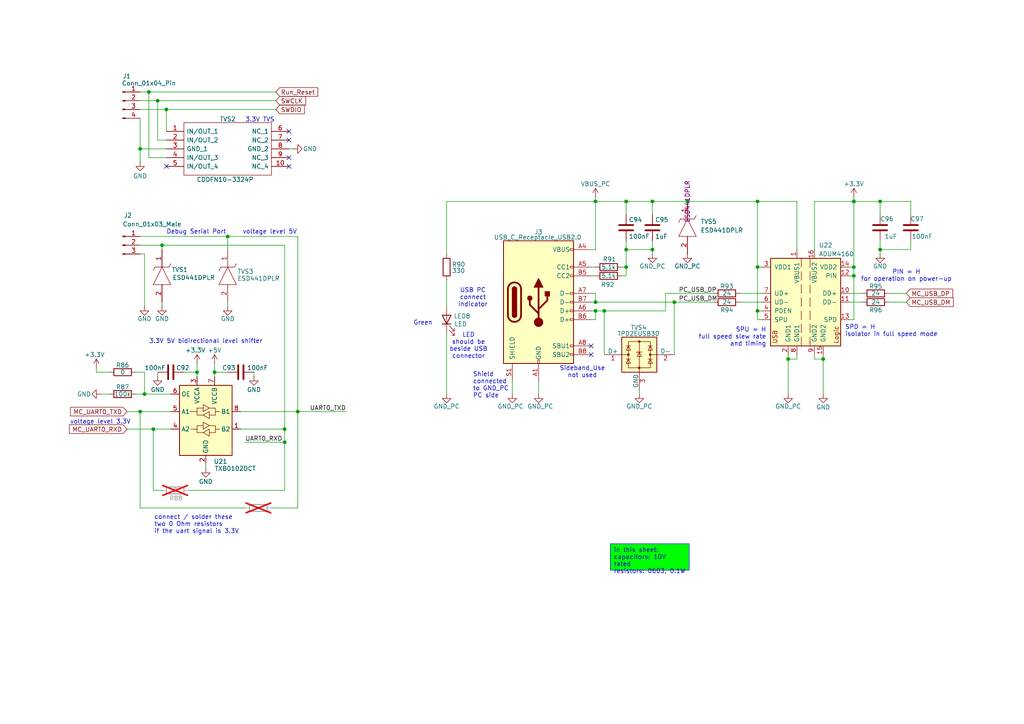
<source format=kicad_sch>
(kicad_sch (version 20250114) (generator "eeschema") (generator_version "9.0")
  (paper "A4")
  (title_block (title "harp device quad dac") (date "2025-07-15") (rev "1.1") (company "The Allen Institute") (comment 1 "Hexabitz"))
  (text "3.3V TVS" (at 71.12 35.56 0) (effects (font (size 1.27 1.27)) (justify left bottom)))
  (text "USB PC\nconnect\nindicator" (at 137.16 86.36 0) (effects (font (size 1.27 1.27))))
  (text "voltage level 5V" (at 70.358 68.072 0) (effects (font (size 1.27 1.27)) (justify left bottom)))
  (text "Shield\nconnected\nto GND_PC\nPC side" (at 137.16 115.57 0) (effects (font (size 1.27 1.27)) (justify left bottom)))
  (text "LED\nshould be\nbeside USB\nconnector" (at 135.89 100.33 0) (effects (font (size 1.27 1.27))))
  (text "3.3V 5V bidirectional level shifter" (at 59.69 99.06 0) (effects (font (size 1.27 1.27))))
  (text "connect / solder these\ntwo 0 Ohm resistors\nif the uart signal is 3.3V" (at 44.704 154.94 0) (effects (font (size 1.27 1.27)) (justify left bottom)))
  (text "Debug Serial Port" (at 48.26 68.072 0) (effects (font (size 1.27 1.27)) (justify left bottom)))
  (text "SPD = H\nisolator in full speed mode" (at 245.11 97.79 0) (effects (font (size 1.27 1.27)) (justify left bottom)))
  (text "SPU = H\nfull speed slew rate\nand timing" (at 222.25 97.79 0) (effects (font (size 1.27 1.27)) (justify right)))
  (text "voltage level 3.3V" (at 20.32 123.19 0) (effects (font (size 1.27 1.27)) (justify left bottom)))
  (text "Sideband_Use\nnot used" (at 168.91 107.95 0) (effects (font (size 1.27 1.27))))
  (text "Green" (at 122.682 93.726 0) (effects (font (size 1.27 1.27))))
  (text "PIN = H\nfor operation on power-up" (at 262.89 80.01 0) (effects (font (size 1.27 1.27))))
  (text_box "in this sheet:\ncapacitors: 10V rated \nresistors: 0603, 0.1W" (at 177.038 157.734 0) (size 22.86 7.62) (margins 0.9525 0.9525 0.9525 0.9525) (fill (type color) (color 0 255 0 1)) (effects (font (size 1.27 1.27)) (justify left top)))
  (junction (at 40.64 119.38))
  (junction (at 66.04 68.58))
  (junction (at 82.55 128.27))
  (junction (at 189.23 58.42))
  (junction (at 62.23 107.95))
  (junction (at 238.76 104.14))
  (junction (at 199.39 58.42))
  (junction (at 172.72 87.63))
  (junction (at 247.65 80.01))
  (junction (at 172.72 58.42))
  (junction (at 181.61 58.42))
  (junction (at 189.23 72.39))
  (junction (at 247.65 77.47))
  (junction (at 195.58 87.63))
  (junction (at 82.55 124.46))
  (junction (at 41.91 114.3))
  (junction (at 255.27 72.39))
  (junction (at 45.72 29.21))
  (junction (at 57.15 107.95))
  (junction (at 247.65 58.42))
  (junction (at 86.36 119.38))
  (junction (at 48.26 31.75))
  (junction (at 44.45 124.46))
  (junction (at 46.99 71.12))
  (junction (at 255.27 58.42))
  (junction (at 219.71 90.17))
  (junction (at 181.61 77.47))
  (junction (at 219.71 77.47))
  (junction (at 181.61 72.39))
  (junction (at 228.6 104.14))
  (junction (at 219.71 58.42))
  (junction (at 40.64 43.18))
  (junction (at 43.18 26.67))
  (junction (at 175.26 90.17))
  (junction (at 172.72 90.17))
  (no_connect (at 83.82 40.64))
  (no_connect (at 83.82 38.1))
  (no_connect (at 171.45 102.87))
  (no_connect (at 83.82 45.72))
  (no_connect (at 83.82 48.26))
  (no_connect (at 48.26 48.26))
  (no_connect (at 171.45 100.33))
  (wire (pts (xy 62.23 105.41) (xy 62.23 107.95)))
  (wire (pts (xy 231.14 72.39) (xy 231.14 58.42)))
  (wire (pts (xy 172.72 87.63) (xy 195.58 87.63)))
  (wire (pts (xy 171.45 92.71) (xy 172.72 92.71)))
  (wire (pts (xy 171.45 72.39) (xy 172.72 72.39)))
  (wire (pts (xy 180.34 77.47) (xy 181.61 77.47)))
  (wire (pts (xy 62.23 107.95) (xy 66.04 107.95)))
  (wire (pts (xy 57.15 107.95) (xy 57.15 109.22)))
  (wire (pts (xy 247.65 58.42) (xy 247.65 77.47)))
  (wire (pts (xy 40.64 119.38) (xy 40.64 147.32)))
  (wire (pts (xy 40.64 147.32) (xy 71.12 147.32)))
  (wire (pts (xy 220.98 77.47) (xy 219.71 77.47)))
  (wire (pts (xy 44.45 124.46) (xy 44.45 142.24)))
  (wire (pts (xy 86.36 119.38) (xy 100.33 119.38)))
  (wire (pts (xy 172.72 58.42) (xy 172.72 57.15)))
  (wire (pts (xy 40.64 34.29) (xy 40.64 43.18)))
  (wire (pts (xy 69.85 124.46) (xy 82.55 124.46)))
  (wire (pts (xy 40.64 29.21) (xy 45.72 29.21)))
  (wire (pts (xy 246.38 80.01) (xy 247.65 80.01)))
  (wire (pts (xy 231.14 102.87) (xy 231.14 104.14)))
  (wire (pts (xy 66.04 88.9) (xy 66.04 87.63)))
  (wire (pts (xy 195.58 87.63) (xy 207.01 87.63)))
  (wire (pts (xy 250.19 87.63) (xy 246.38 87.63)))
  (wire (pts (xy 228.6 114.3) (xy 228.6 104.14)))
  (wire (pts (xy 175.26 102.87) (xy 175.26 90.17)))
  (wire (pts (xy 238.76 104.14) (xy 238.76 102.87)))
  (wire (pts (xy 189.23 73.66) (xy 189.23 72.39)))
  (wire (pts (xy 172.72 90.17) (xy 172.72 92.71)))
  (wire (pts (xy 27.94 107.95) (xy 31.75 107.95)))
  (wire (pts (xy 59.69 134.62) (xy 59.69 135.89)))
  (wire (pts (xy 193.04 85.09) (xy 193.04 90.17)))
  (wire (pts (xy 228.6 104.14) (xy 228.6 102.87)))
  (wire (pts (xy 236.22 102.87) (xy 236.22 104.14)))
  (wire (pts (xy 62.23 107.95) (xy 62.23 109.22)))
  (wire (pts (xy 39.37 107.95) (xy 41.91 107.95)))
  (wire (pts (xy 193.04 85.09) (xy 207.01 85.09)))
  (wire (pts (xy 41.91 73.66) (xy 40.64 73.66)))
  (wire (pts (xy 172.72 72.39) (xy 172.72 58.42)))
  (wire (pts (xy 181.61 72.39) (xy 181.61 77.47)))
  (wire (pts (xy 236.22 58.42) (xy 236.22 72.39)))
  (wire (pts (xy 255.27 69.85) (xy 255.27 72.39)))
  (wire (pts (xy 219.71 77.47) (xy 219.71 58.42)))
  (wire (pts (xy 40.64 71.12) (xy 46.99 71.12)))
  (wire (pts (xy 156.21 110.49) (xy 156.21 114.3)))
  (wire (pts (xy 264.16 58.42) (xy 264.16 62.23)))
  (wire (pts (xy 247.65 77.47) (xy 246.38 77.47)))
  (wire (pts (xy 171.45 80.01) (xy 172.72 80.01)))
  (wire (pts (xy 231.14 104.14) (xy 228.6 104.14)))
  (wire (pts (xy 66.04 68.58) (xy 66.04 72.39)))
  (wire (pts (xy 45.72 29.21) (xy 80.01 29.21)))
  (wire (pts (xy 264.16 58.42) (xy 255.27 58.42)))
  (wire (pts (xy 82.55 142.24) (xy 82.55 128.27)))
  (wire (pts (xy 36.83 124.46) (xy 44.45 124.46)))
  (wire (pts (xy 264.16 72.39) (xy 264.16 69.85)))
  (wire (pts (xy 43.18 45.72) (xy 43.18 26.67)))
  (wire (pts (xy 41.91 88.9) (xy 41.91 73.66)))
  (wire (pts (xy 255.27 72.39) (xy 255.27 73.66)))
  (wire (pts (xy 180.34 80.01) (xy 181.61 80.01)))
  (wire (pts (xy 247.65 80.01) (xy 247.65 77.47)))
  (wire (pts (xy 175.26 90.17) (xy 193.04 90.17)))
  (wire (pts (xy 181.61 80.01) (xy 181.61 77.47)))
  (wire (pts (xy 214.63 87.63) (xy 220.98 87.63)))
  (wire (pts (xy 45.72 40.64) (xy 45.72 29.21)))
  (wire (pts (xy 46.99 72.39) (xy 46.99 71.12)))
  (wire (pts (xy 39.37 114.3) (xy 41.91 114.3)))
  (wire (pts (xy 69.85 119.38) (xy 86.36 119.38)))
  (wire (pts (xy 27.94 106.68) (xy 27.94 107.95)))
  (wire (pts (xy 29.21 114.3) (xy 31.75 114.3)))
  (wire (pts (xy 199.39 58.42) (xy 219.71 58.42)))
  (wire (pts (xy 172.72 58.42) (xy 181.61 58.42)))
  (wire (pts (xy 129.54 58.42) (xy 172.72 58.42)))
  (wire (pts (xy 48.26 31.75) (xy 48.26 38.1)))
  (wire (pts (xy 255.27 58.42) (xy 255.27 62.23)))
  (wire (pts (xy 250.19 85.09) (xy 246.38 85.09)))
  (wire (pts (xy 66.04 68.58) (xy 86.36 68.58)))
  (wire (pts (xy 214.63 85.09) (xy 220.98 85.09)))
  (wire (pts (xy 195.58 87.63) (xy 195.58 102.87)))
  (wire (pts (xy 57.15 105.41) (xy 57.15 107.95)))
  (wire (pts (xy 36.83 119.38) (xy 40.64 119.38)))
  (wire (pts (xy 246.38 92.71) (xy 247.65 92.71)))
  (wire (pts (xy 247.65 57.15) (xy 247.65 58.42)))
  (wire (pts (xy 129.54 73.66) (xy 129.54 58.42)))
  (wire (pts (xy 40.64 43.18) (xy 48.26 43.18)))
  (wire (pts (xy 172.72 87.63) (xy 171.45 87.63)))
  (wire (pts (xy 46.99 88.9) (xy 46.99 87.63)))
  (wire (pts (xy 171.45 77.47) (xy 172.72 77.47)))
  (wire (pts (xy 247.65 58.42) (xy 255.27 58.42)))
  (wire (pts (xy 189.23 62.23) (xy 189.23 58.42)))
  (wire (pts (xy 54.61 142.24) (xy 82.55 142.24)))
  (wire (pts (xy 247.65 92.71) (xy 247.65 80.01)))
  (wire (pts (xy 86.36 119.38) (xy 86.36 147.32)))
  (wire (pts (xy 48.26 45.72) (xy 43.18 45.72)))
  (wire (pts (xy 82.55 128.27) (xy 71.12 128.27)))
  (wire (pts (xy 238.76 114.3) (xy 238.76 104.14)))
  (wire (pts (xy 45.72 109.22) (xy 45.72 107.95)))
  (wire (pts (xy 171.45 85.09) (xy 172.72 85.09)))
  (wire (pts (xy 181.61 69.85) (xy 181.61 72.39)))
  (wire (pts (xy 40.64 26.67) (xy 43.18 26.67)))
  (wire (pts (xy 129.54 81.28) (xy 129.54 88.9)))
  (wire (pts (xy 181.61 58.42) (xy 189.23 58.42)))
  (wire (pts (xy 220.98 90.17) (xy 219.71 90.17)))
  (wire (pts (xy 172.72 85.09) (xy 172.72 87.63)))
  (wire (pts (xy 40.64 68.58) (xy 66.04 68.58)))
  (wire (pts (xy 82.55 71.12) (xy 82.55 124.46)))
  (wire (pts (xy 41.91 114.3) (xy 49.53 114.3)))
  (wire (pts (xy 189.23 69.85) (xy 189.23 72.39)))
  (wire (pts (xy 172.72 90.17) (xy 175.26 90.17)))
  (wire (pts (xy 40.64 119.38) (xy 49.53 119.38)))
  (wire (pts (xy 86.36 68.58) (xy 86.36 119.38)))
  (wire (pts (xy 129.54 96.52) (xy 129.54 114.3)))
  (wire (pts (xy 257.81 85.09) (xy 262.89 85.09)))
  (wire (pts (xy 83.82 43.18) (xy 85.09 43.18)))
  (wire (pts (xy 199.39 58.42) (xy 189.23 58.42)))
  (wire (pts (xy 46.99 142.24) (xy 44.45 142.24)))
  (wire (pts (xy 78.74 147.32) (xy 86.36 147.32)))
  (wire (pts (xy 48.26 40.64) (xy 45.72 40.64)))
  (wire (pts (xy 46.99 71.12) (xy 82.55 71.12)))
  (wire (pts (xy 181.61 72.39) (xy 189.23 72.39)))
  (wire (pts (xy 171.45 90.17) (xy 172.72 90.17)))
  (wire (pts (xy 236.22 58.42) (xy 247.65 58.42)))
  (wire (pts (xy 82.55 128.27) (xy 82.55 124.46)))
  (wire (pts (xy 185.42 114.3) (xy 185.42 113.03)))
  (wire (pts (xy 257.81 87.63) (xy 262.89 87.63)))
  (wire (pts (xy 236.22 104.14) (xy 238.76 104.14)))
  (wire (pts (xy 219.71 92.71) (xy 219.71 90.17)))
  (wire (pts (xy 41.91 107.95) (xy 41.91 114.3)))
  (wire (pts (xy 220.98 92.71) (xy 219.71 92.71)))
  (wire (pts (xy 255.27 72.39) (xy 264.16 72.39)))
  (wire (pts (xy 40.64 43.18) (xy 40.64 46.99)))
  (wire (pts (xy 219.71 90.17) (xy 219.71 77.47)))
  (wire (pts (xy 40.64 31.75) (xy 48.26 31.75)))
  (wire (pts (xy 53.34 107.95) (xy 57.15 107.95)))
  (wire (pts (xy 48.26 31.75) (xy 80.01 31.75)))
  (wire (pts (xy 44.45 124.46) (xy 49.53 124.46)))
  (wire (pts (xy 73.66 109.22) (xy 73.66 107.95)))
  (wire (pts (xy 231.14 58.42) (xy 219.71 58.42)))
  (wire (pts (xy 148.59 114.3) (xy 148.59 110.49)))
  (wire (pts (xy 43.18 26.67) (xy 80.01 26.67)))
  (wire (pts (xy 181.61 62.23) (xy 181.61 58.42)))
  (label "UART0_RXD" (at 71.12 128.27 0))
  (label "PC_USB_DM" (at 196.85 87.63 0))
  (label "UART0_TXD" (at 100.33 119.38 180))
  (label "PC_USB_DP" (at 196.85 85.09 0))
  (global_label "SWDIO" (shape input) (at 80.01 31.75 0) (property "Intersheetrefs" "${INTERSHEET_REFS}" (effects (hide yes))))
  (global_label "MC_UART0_RXD" (shape input) (at 36.83 124.46 180) (property "Intersheetrefs" "${INTERSHEET_REFS}" (effects (hide yes))))
  (global_label "Run_Reset" (shape input) (at 80.01 26.67 0) (property "Intersheetrefs" "${INTERSHEET_REFS}" (effects (hide yes))))
  (global_label "MC_USB_DM" (shape input) (at 262.89 87.63 0) (property "Intersheetrefs" "${INTERSHEET_REFS}" (effects (hide yes))))
  (global_label "MC_USB_DP" (shape input) (at 262.89 85.09 0) (property "Intersheetrefs" "${INTERSHEET_REFS}" (effects (hide yes))))
  (global_label "MC_UART0_TXD" (shape input) (at 36.83 119.38 180) (property "Intersheetrefs" "${INTERSHEET_REFS}" (effects (hide yes))))
  (global_label "SWCLK" (shape input) (at 80.01 29.21 0) (property "Intersheetrefs" "${INTERSHEET_REFS}" (effects (hide yes))))
  (symbol (lib_id "harp.device.quad.dac:R_0603") (at 176.53 80.01 90) (unit 1)
    (property "Reference" "R92" (at 176.276 82.55 90))
    (property "Value" "5.1k" (at 176.53 80.01 90))
    (property "Footprint" "Resistor_SMD:R_0603_1608Metric" (effects (hide yes)))
    (property "Description" "Resistor" (effects (hide yes)))
    (property "Link" "https://www.digikey.com/en/products/detail/yageo/RC0603FR-075K1L/727268" (effects (hide yes)))
    (property "Manufacturer" "Yageo" (effects (hide yes)))
    (property "Manufacturer Number" "RT0402FRE075K1L" (effects (hide yes)))
    (property "Tolerance" "1%" (effects (hide yes)))
    (property "PCBWay Link" "https://www.pcbway.com/components/detail/RT0402FRE075K1L/449762/" (effects (hide yes)))
    (property "MPN" "RC0603FR-075K1L" (effects (hide yes)))
    (property "Manufacturer_Name" "Yageo" (effects (hide yes)))
    (property "Manufacturer_Part_Number" "RC0603FR-075K1L" (effects (hide yes)))
    (instances (project "harp.device.quad.dac" (path "" (reference "R92") (unit 1))) (project "multi_ch_harp_dac" (path "" (reference "R?") (unit 1))))
  )
  (symbol (lib_id "harp.device.quad.dac:R_0603") (at 254 87.63 90) (unit 1)
    (property "Reference" "R96" (at 254 89.916 90))
    (property "Value" "24" (at 254 87.63 90))
    (property "Footprint" "Resistor_SMD:R_0603_1608Metric" (effects (hide yes)))
    (property "Description" "Resistor" (effects (hide yes)))
    (property "Link" "https://www.digikey.com/en/products/detail/yageo/AC0603FR-0724RL/5895947" (effects (hide yes)))
    (property "Manufacturer" "Yageo" (effects (hide yes)))
    (property "Manufacturer Number" "AC0402FR-0724RL" (effects (hide yes)))
    (property "Tolerance" "1%" (effects (hide yes)))
    (property "MPN" "AC0603FR-0724RL" (effects (hide yes)))
    (property "Manufacturer_Name" "Yageo" (effects (hide yes)))
    (property "Manufacturer_Part_Number" "AC0603FR-0724RL" (effects (hide yes)))
    (instances (project "harp.device.quad.dac" (path "" (reference "R96") (unit 1))) (project "multi_ch_harp_dac" (path "" (reference "R?") (unit 1))))
  )
  (symbol (lib_id "harp.device.quad.dac:ESD441DPLR") (at 46.99 72.39 270) (unit 1)
    (property "Reference" "TVS1" (at 49.784 78.232 90) (effects (justify left)))
    (property "Value" "ESD441DPLR" (at 50.038 80.518 90) (effects (justify left)))
    (property "Footprint" "harp.device.quad.dac.kicad:ESD441DPLR" (effects (hide yes)))
    (property "Datasheet" "https://www.ti.com/lit/ds/symlink/esd441.pdf?ts=1730589139389&ref_url=https%253A%252F%252Fapp.ultralibrarian.com%252F" (effects (hide yes)))
    (property "Description" "ESD Suppressors / TVS Diodes 1-pF, 5.5-V, 30-KV ESD protection device in 0201 package 2-X2SON -40 to 125" (effects (hide yes)))
    (property "Description_1" "ESD Suppressors / TVS Diodes 1-pF, 5.5-V, 30-KV ESD protection device in 0201 package 2-X2SON -40 to 125" (effects (hide yes)))
    (property "Height" "0.32" (effects (hide yes)))
    (property "Manufacturer_Name" "Texas Instruments" (effects (hide yes)))
    (property "Manufacturer_Part_Number" "ESD441DPLR" (effects (hide yes)))
    (property "Mouser Part Number" "595-ESD441DPLR" (effects (hide yes)))
    (property "Mouser Price/Stock" "https://www.mouser.co.uk/ProductDetail/Texas-Instruments/ESD441DPLR?qs=1Kr7Jg1SGW9UQFJqGMkN7Q%3D%3D" (effects (hide yes)))
    (property "Arrow Part Number" "ESD441DPLR" (effects (hide yes)))
    (property "Arrow Price/Stock" "https://www.arrow.com/en/products/esd441dplr/texas-instruments?utm_currency=USD&region=nac" (effects (hide yes)))
    (property "Manufacturer" "Texas Instruments" (effects (hide yes)))
    (property "MPN" "ESD441DPLR" (effects (hide yes)))
    (instances (project "harp.device.quad.dac" (path "" (reference "TVS1") (unit 1))) (project "multi_ch_harp_dac" (path "" (reference "TVS?") (unit 1))))
  )
  (symbol (lib_id "harp.device.quad.dac:Conn_01x04_Pin") (at 35.56 29.21 0) (unit 1)
    (property "Reference" "J1" (at 35.56 22.098 0) (effects (justify left)))
    (property "Value" "Conn_01x04_Pin" (at 35.306 24.13 0) (effects (justify left)))
    (property "Footprint" "Connector_PinHeader_2.54mm:PinHeader_1x04_P2.54mm_Vertical" (effects (hide yes)))
    (property "Description" "Generic connector, single row, 01x04, script generated" (effects (hide yes)))
    (property "Link" "n/a" (effects (hide yes)))
    (property "Manufacturer" "n/a" (effects (hide yes)))
    (property "Manufacturer_Part_Number" "n/a" (effects (hide yes)))
    (property "MPN" "n/a" (effects (hide yes)))
    (property "Manufacturer_Name" "n/a" (effects (hide yes)))
    (instances (project "harp.device.quad.dac" (path "" (reference "J1") (unit 1))) (project "multi_ch_harp_dac" (path "" (reference "J?") (unit 1))))
  )
  (symbol (lib_id "power:+3.3V") (at 62.23 105.41 0) (unit 1)
    (property "Reference" "#PWR0160" (effects (hide yes)))
    (property "Value" "+5V" (at 62.23 101.6 0))
    (property "Description" "Power symbol creates a global label with name \"+3.3V\"" (effects (hide yes)))
    (instances (project "harp.device.quad.dac" (path "" (reference "#PWR0160") (unit 1))) (project "multi_ch_harp_dac" (path "" (reference "#PWR?") (unit 1))))
  )
  (symbol (lib_id "power:+5V") (at 27.94 106.68 0) (unit 1)
    (property "Reference" "#PWR0152" (effects (hide yes)))
    (property "Value" "+3.3V" (at 27.432 102.87 0))
    (property "Description" "Power symbol creates a global label with name \"+5V\"" (effects (hide yes)))
    (instances (project "harp.device.quad.dac" (path "" (reference "#PWR0152") (unit 1))) (project "multi_ch_harp_dac" (path "" (reference "#PWR?") (unit 1))))
  )
  (symbol (lib_id "harp.device.quad.dac:ESD441DPLR") (at 66.04 72.39 270) (unit 1)
    (property "Reference" "TVS3" (at 68.834 78.74 90) (effects (justify left)))
    (property "Value" "ESD441DPLR" (at 68.834 80.772 90) (effects (justify left)))
    (property "Footprint" "harp.device.quad.dac.kicad:ESD441DPLR" (effects (hide yes)))
    (property "Datasheet" "https://www.ti.com/lit/ds/symlink/esd441.pdf?ts=1730589139389&ref_url=https%253A%252F%252Fapp.ultralibrarian.com%252F" (effects (hide yes)))
    (property "Description" "ESD Suppressors / TVS Diodes 1-pF, 5.5-V, 30-KV ESD protection device in 0201 package 2-X2SON -40 to 125" (effects (hide yes)))
    (property "Description_1" "ESD Suppressors / TVS Diodes 1-pF, 5.5-V, 30-KV ESD protection device in 0201 package 2-X2SON -40 to 125" (effects (hide yes)))
    (property "Height" "0.32" (effects (hide yes)))
    (property "Manufacturer_Name" "Texas Instruments" (effects (hide yes)))
    (property "Manufacturer_Part_Number" "ESD441DPLR" (effects (hide yes)))
    (property "Mouser Part Number" "595-ESD441DPLR" (effects (hide yes)))
    (property "Mouser Price/Stock" "https://www.mouser.co.uk/ProductDetail/Texas-Instruments/ESD441DPLR?qs=1Kr7Jg1SGW9UQFJqGMkN7Q%3D%3D" (effects (hide yes)))
    (property "Arrow Part Number" "ESD441DPLR" (effects (hide yes)))
    (property "Arrow Price/Stock" "https://www.arrow.com/en/products/esd441dplr/texas-instruments?utm_currency=USD&region=nac" (effects (hide yes)))
    (property "Manufacturer" "Texas Instruments" (effects (hide yes)))
    (property "MPN" "ESD441DPLR" (effects (hide yes)))
    (instances (project "harp.device.quad.dac" (path "" (reference "TVS3") (unit 1))) (project "multi_ch_harp_dac" (path "" (reference "TVS?") (unit 1))))
  )
  (symbol (lib_id "power:GND") (at 45.72 109.22 0) (unit 1)
    (property "Reference" "#PWR0156" (effects (hide yes)))
    (property "Value" "GND" (at 45.72 113.03 0))
    (property "Description" "Power symbol creates a global label with name \"GND\" , ground" (effects (hide yes)))
    (instances (project "harp.device.quad.dac" (path "" (reference "#PWR0156") (unit 1))) (project "multi_ch_harp_dac" (path "" (reference "#PWR?") (unit 1))))
  )
  (symbol (lib_id "harp.device.quad.dac:R_0603") (at 35.56 114.3 90) (unit 1)
    (property "Reference" "R87" (at 35.56 112.268 90))
    (property "Value" "100k" (at 35.56 114.3 90))
    (property "Footprint" "Resistor_SMD:R_0603_1608Metric" (effects (hide yes)))
    (property "Description" "Resistor" (effects (hide yes)))
    (property "Tolerance" "1%" (effects (hide yes)))
    (property "Link" "https://www.digikey.com/en/products/detail/yageo/RC0603FR-07100KL/726889" (effects (hide yes)))
    (property "Manufacturer" "Yageo" (effects (hide yes)))
    (property "Manufacturer Number" "RT0402BRD071KL" (effects (hide yes)))
    (property "MPN" "RC0603FR-07100KL" (effects (hide yes)))
    (property "Manufacturer_Name" "Yageo" (effects (hide yes)))
    (property "Manufacturer_Part_Number" "RC0603FR-07100KL" (effects (hide yes)))
    (instances (project "harp.device.quad.dac" (path "" (reference "R87") (unit 1))) (project "multi_ch_harp_dac" (path "" (reference "R?") (unit 1))))
  )
  (symbol (lib_id "harp.device.quad.dac:C_0603") (at 49.53 107.95 270) (unit 1)
    (property "Reference" "C92" (at 51.054 106.68 90) (effects (justify left)))
    (property "Value" "100nF" (at 48.006 106.68 90) (effects (justify right)))
    (property "Footprint" "Capacitor_SMD:C_0603_1608Metric" (effects (hide yes)))
    (property "Description" "Unpolarized capacitor" (effects (hide yes)))
    (property "Link" "https://www.digikey.com/en/products/detail/kemet/C0603C104K5RACTU/1465594" (effects (hide yes)))
    (property "Manufacturer" "KEMET" (effects (hide yes)))
    (property "Rated Voltage" "50V" (effects (hide yes)))
    (property "Tolerance" "10%" (effects (hide yes)))
    (property "PCBWay Link" "https://www.pcbway.com/components/detail/0402B104K160CT/307171/" (effects (hide yes)))
    (property "Manufacturer_Part_Number" "C0603C104K5RACTU" (effects (hide yes)))
    (property "MPN" "C0603C104K5RACTU" (effects (hide yes)))
    (property "Manufacturer_Name" "KEMET" (effects (hide yes)))
    (instances (project "harp.device.quad.dac" (path "" (reference "C92") (unit 1))) (project "multi_ch_harp_dac" (path "" (reference "C?") (unit 1))))
  )
  (symbol (lib_id "harp.device.quad.dac:TPD2EUSB30") (at 185.42 102.87 0) (unit 1)
    (property "Reference" "TVS4" (at 182.88 94.996 0) (effects (justify left)))
    (property "Value" "TPD2EUSB30" (at 185.166 96.774 0))
    (property "Footprint" "Package_TO_SOT_SMD:Texas_DRT-3" (effects (hide yes)))
    (property "Datasheet" "http://www.ti.com/lit/ds/symlink/tpd2eusb30a.pdf" (effects (hide yes)))
    (property "Description" "2-Channel ESD Protection for Super-Speed USB 3.0 Interface, DRT-3" (effects (hide yes)))
    (property "Link" "https://www.digikey.com/en/products/detail/texas-instruments/TPD2EUSB30DRTR/2193486" (effects (hide yes)))
    (property "PCBWay Link" "https://www.pcbway.com/components/detail/TPD2EUSB30ADRTR/324861/" (effects (hide yes)))
    (property "Manufacturer" "Texas Instruments" (effects (hide yes)))
    (property "Manufacturer Number" "TPD2EUSB30DRTR" (effects (hide yes)))
    (property "Manufacturer_Name" "Texas Instruments" (effects (hide yes)))
    (instances (project "harp.device.quad.dac" (path "" (reference "TVS4") (unit 1))) (project "multi_ch_harp_dac" (path "" (reference "TVS?") (unit 1))))
  )
  (symbol (lib_id "harp.device.quad.dac:ESD441DPLR") (at 199.39 58.42 270) (unit 1)
    (property "Reference" "TVS5" (at 203.2 64.2619 90) (effects (justify left)))
    (property "Value" "ESD441DPLR" (at 203.2 66.8019 90) (effects (justify left)))
    (property "Footprint" "harp.device.quad.dac.kicad:ESD441DPLR" (effects (hide yes)))
    (property "Datasheet" "https://www.ti.com/lit/ds/symlink/esd441.pdf?ts=1730589139389&ref_url=https%253A%252F%252Fapp.ultralibrarian.com%252F" (effects (hide yes)))
    (property "Description" "ESD Suppressors / TVS Diodes 1-pF, 5.5-V, 30-KV ESD protection device in 0201 package 2-X2SON -40 to 125" (effects (hide yes)))
    (property "Description_1" "ESD Suppressors / TVS Diodes 1-pF, 5.5-V, 30-KV ESD protection device in 0201 package 2-X2SON -40 to 125" (effects (hide yes)))
    (property "Height" "0.32" (effects (hide yes)))
    (property "Manufacturer_Name" "Texas Instruments" (effects (hide yes)))
    (property "Manufacturer_Part_Number" "ESD441DPLR" (effects (hide yes)))
    (property "Mouser Part Number" "595-ESD441DPLR" (effects (hide yes)))
    (property "Mouser Price/Stock" "https://www.mouser.co.uk/ProductDetail/Texas-Instruments/ESD441DPLR?qs=1Kr7Jg1SGW9UQFJqGMkN7Q%3D%3D" (effects (hide yes)))
    (property "Arrow Part Number" "ESD441DPLR" (effects (hide yes)))
    (property "Arrow Price/Stock" "https://www.arrow.com/en/products/esd441dplr/texas-instruments?utm_currency=USD&region=nac" (effects (hide yes)))
    (property "Manufacturer" "Texas Instruments" (effects (hide yes)))
    (property "MPN" "ESD441DPLR" (at 199.39 58.42 0))
    (instances (project "harp.device.quad.dac" (path "" (reference "TVS5") (unit 1))) (project "multi_ch_harp_dac" (path "" (reference "TVS?") (unit 1))))
  )
  (symbol (lib_id "power:GND") (at 73.66 109.22 0) (unit 1)
    (property "Reference" "#PWR0162" (effects (hide yes)))
    (property "Value" "GND" (at 73.66 113.03 0))
    (property "Description" "Power symbol creates a global label with name \"GND\" , ground" (effects (hide yes)))
    (instances (project "harp.device.quad.dac" (path "" (reference "#PWR0162") (unit 1))) (project "multi_ch_harp_dac" (path "" (reference "#PWR?") (unit 1))))
  )
  (symbol (lib_id "power:GND") (at 199.39 73.66 0) (unit 1)
    (property "Reference" "#PWR0170" (effects (hide yes)))
    (property "Value" "GND_PC" (at 199.39 77.216 0))
    (property "Description" "Power symbol creates a global label with name \"GND\" , ground" (effects (hide yes)))
    (instances (project "harp.device.quad.dac" (path "" (reference "#PWR0170") (unit 1))) (project "multi_ch_harp_dac" (path "" (reference "#PWR?") (unit 1))))
  )
  (symbol (lib_id "power:GND") (at 185.42 114.3 0) (unit 1)
    (property "Reference" "#PWR0168" (effects (hide yes)))
    (property "Value" "GND_PC" (at 185.42 117.856 0))
    (property "Description" "Power symbol creates a global label with name \"GND\" , ground" (effects (hide yes)))
    (instances (project "harp.device.quad.dac" (path "" (reference "#PWR0168") (unit 1))) (project "multi_ch_harp_dac" (path "" (reference "#PWR?") (unit 1))))
  )
  (symbol (lib_id "harp.device.quad.dac:Conn_01x03_Male") (at 35.56 71.12 0) (unit 1)
    (property "Reference" "J2" (at 37.084 62.484 0))
    (property "Value" "Conn_01x03_Male" (at 35.56 65.024 0) (effects (justify left)))
    (property "Footprint" "harp.device.quad.dac.kicad:PinHeader_1x03_P2.54mm_Vertical" (effects (hide yes)))
    (property "Description" "Generic connector, single row, 01x03, script generated (kicad-library-utils/schlib/autogen/connector/)" (effects (hide yes)))
    (property "Notes" "DNP" (effects (hide yes)))
    (property "Alternate" "n/a" (effects (hide yes)))
    (property "Link" "n/a" (effects (hide yes)))
    (property "Manufacturer" "n/a" (effects (hide yes)))
    (property "Manufacturer Number" "n/a" (effects (hide yes)))
    (property "Manufacturer_Part_Number" "n/a" (effects (hide yes)))
    (property "MPN" "n/a" (effects (hide yes)))
    (property "Manufacturer_Name" "n/a" (effects (hide yes)))
    (instances (project "harp.device.quad.dac" (path "" (reference "J2") (unit 1))) (project "multi_ch_harp_dac" (path "" (reference "J?") (unit 1))))
  )
  (symbol (lib_id "power:+5V") (at 57.15 105.41 0) (unit 1)
    (property "Reference" "#PWR0158" (effects (hide yes)))
    (property "Value" "+3.3V" (at 56.642 101.6 0))
    (property "Description" "Power symbol creates a global label with name \"+5V\"" (effects (hide yes)))
    (instances (project "harp.device.quad.dac" (path "" (reference "#PWR0158") (unit 1))) (project "multi_ch_harp_dac" (path "" (reference "#PWR?") (unit 1))))
  )
  (symbol (lib_id "harp.device.quad.dac:R_0603") (at 210.82 87.63 90) (unit 1)
    (property "Reference" "R94" (at 210.82 89.916 90))
    (property "Value" "24" (at 210.82 87.63 90))
    (property "Footprint" "Resistor_SMD:R_0603_1608Metric" (effects (hide yes)))
    (property "Description" "Resistor" (effects (hide yes)))
    (property "Link" "https://www.digikey.com/en/products/detail/yageo/AC0603FR-0724RL/5895947" (effects (hide yes)))
    (property "Manufacturer" "Yageo" (effects (hide yes)))
    (property "Manufacturer Number" "AC0402FR-0724RL" (effects (hide yes)))
    (property "Tolerance" "1%" (effects (hide yes)))
    (property "MPN" "AC0603FR-0724RL" (effects (hide yes)))
    (property "Manufacturer_Name" "Yageo" (effects (hide yes)))
    (property "Manufacturer_Part_Number" "AC0603FR-0724RL" (effects (hide yes)))
    (instances (project "harp.device.quad.dac" (path "" (reference "R94") (unit 1))) (project "multi_ch_harp_dac" (path "" (reference "R?") (unit 1))))
  )
  (symbol (lib_id "harp.device.quad.dac:R_0603") (at 176.53 77.47 90) (unit 1)
    (property "Reference" "R91" (at 176.784 75.184 90))
    (property "Value" "5.1k" (at 176.53 77.47 90))
    (property "Footprint" "Resistor_SMD:R_0603_1608Metric" (effects (hide yes)))
    (property "Description" "Resistor" (effects (hide yes)))
    (property "Link" "https://www.digikey.com/en/products/detail/yageo/RC0603FR-075K1L/727268" (effects (hide yes)))
    (property "Manufacturer" "Yageo" (effects (hide yes)))
    (property "Manufacturer Number" "RT0402FRE075K1L" (effects (hide yes)))
    (property "Tolerance" "1%" (effects (hide yes)))
    (property "PCBWay Link" "https://www.pcbway.com/components/detail/RT0402FRE075K1L/449762/" (effects (hide yes)))
    (property "MPN" "RC0603FR-075K1L" (effects (hide yes)))
    (property "Manufacturer_Name" "Yageo" (effects (hide yes)))
    (property "Manufacturer_Part_Number" "RC0603FR-075K1L" (effects (hide yes)))
    (instances (project "harp.device.quad.dac" (path "" (reference "R91") (unit 1))) (project "multi_ch_harp_dac" (path "" (reference "R?") (unit 1))))
  )
  (symbol (lib_id "harp.device.quad.dac:R_0603") (at 74.93 147.32 90) (unit 1) (exclude_from_sim yes) (in_bom no) (dnp yes)
    (property "Reference" "R89" (effects (hide yes)))
    (property "Value" "0" (effects (hide yes)))
    (property "Footprint" "Resistor_SMD:R_0603_1608Metric" (effects (hide yes)))
    (property "Description" "Resistor" (effects (hide yes)))
    (property "Link" "https://www.digikey.com/en/products/detail/yageo/RC0603JR-070RL/726675" (effects (hide yes)))
    (property "Manufacturer" "Yageo" (effects (hide yes)))
    (property "Manufacturer Number" "RT0402BRD071KL" (effects (hide yes)))
    (property "MPN" "RC0603JR-070RL" (effects (hide yes)))
    (property "Manufacturer_Name" "Yageo" (effects (hide yes)))
    (property "Manufacturer_Part_Number" "RC0603JR-070RL" (effects (hide yes)))
  )
  (symbol (lib_id "harp.device.quad.dac:TXB0102DCT") (at 59.69 121.92 0) (unit 1)
    (property "Reference" "U21" (at 61.976 133.858 0) (effects (justify left)))
    (property "Value" "TXB0102DCT" (at 62.23 135.89 0) (effects (justify left)))
    (property "Footprint" "harp.device.quad.dac.kicad:SOP50P310X90-8N" (effects (hide yes)))
    (property "Datasheet" "http://www.ti.com/lit/ds/symlink/txb0102.pdf" (effects (hide yes)))
    (property "Description" "2-Bit Bidirectional Voltage-Level Translator With Auto Direction Sensing and ±15-kV ESD Protection, TSSOP-8" (effects (hide yes)))
    (instances (project "harp.device.quad.dac" (path "" (reference "U21") (unit 1))) (project "multi_ch_harp_dac" (path "" (reference "U?") (unit 1))))
  )
  (symbol (lib_id "power:GND") (at 59.69 135.89 0) (unit 1)
    (property "Reference" "#PWR0159" (effects (hide yes)))
    (property "Value" "GND" (at 59.69 139.7 0))
    (property "Description" "Power symbol creates a global label with name \"GND\" , ground" (effects (hide yes)))
    (instances (project "harp.device.quad.dac" (path "" (reference "#PWR0159") (unit 1))) (project "multi_ch_harp_dac" (path "" (reference "#PWR?") (unit 1))))
  )
  (symbol (lib_id "power:GND") (at 156.21 114.3 0) (unit 1)
    (property "Reference" "#PWR0166" (effects (hide yes)))
    (property "Value" "GND_PC" (at 156.718 117.856 0))
    (property "Description" "Power symbol creates a global label with name \"GND\" , ground" (effects (hide yes)))
    (instances (project "harp.device.quad.dac" (path "" (reference "#PWR0166") (unit 1))) (project "multi_ch_harp_dac" (path "" (reference "#PWR?") (unit 1))))
  )
  (symbol (lib_id "harp.device.quad.dac:USB_C_Receptacle_USB2.0") (at 156.21 87.63 0) (unit 1)
    (property "Reference" "J3" (at 156.21 67.31 0))
    (property "Value" "USB_C_Receptacle_USB2.0" (at 155.956 68.834 0))
    (property "Footprint" "harp.device.quad.dac.kicad:USB_C_Receptacle_JAE_DX07S016JA1R1500" (effects (hide yes)))
    (property "Datasheet" "https://www.usb.org/sites/default/files/documents/usb_type-c.zip" (effects (hide yes)))
    (property "Description" "USB 2.0-only Type-C Receptacle connector" (effects (hide yes)))
    (property "Link" "https://www.digikey.com/en/products/detail/jae-electronics/DX07S016JA1R1500/11585731?s=N4IgTCBcDaICIA0AMB2AykgjANgFIEFMAlTAViSRAF0BfIA" (effects (hide yes)))
    (property "Manufacturer" "JAE Electronics" (effects (hide yes)))
    (property "Manufacturer Number" "DX07S016JA1R1500" (effects (hide yes)))
    (property "PCBWay Link" "https://www.pcbway.com/components/detail/DX07S016JA1R1500/10895/" (effects (hide yes)))
    (property "Manufacturer_Part_Number" "DX07S016JA1R1500" (effects (hide yes)))
    (property "MPN" "DX07S016JA1R1500" (effects (hide yes)))
    (property "Manufacturer_Name" "JAE Electronics" (effects (hide yes)))
    (instances (project "harp.device.quad.dac" (path "" (reference "J3") (unit 1))) (project "multi_ch_harp_dac" (path "" (reference "J?") (unit 1))))
  )
  (symbol (lib_id "harp.device.quad.dac:R_0603") (at 35.56 107.95 90) (unit 1)
    (property "Reference" "R86" (at 35.56 105.918 90))
    (property "Value" "0" (at 35.56 107.95 90))
    (property "Footprint" "Resistor_SMD:R_0603_1608Metric" (effects (hide yes)))
    (property "Description" "Resistor" (effects (hide yes)))
    (property "Link" "https://www.digikey.com/en/products/detail/yageo/RC0603JR-070RL/726675" (effects (hide yes)))
    (property "Manufacturer" "Yageo" (effects (hide yes)))
    (property "Manufacturer Number" "RT0402BRD071KL" (effects (hide yes)))
    (property "MPN" "RC0603JR-070RL" (effects (hide yes)))
    (property "Manufacturer_Name" "Yageo" (effects (hide yes)))
    (property "Manufacturer_Part_Number" "RC0603JR-070RL" (effects (hide yes)))
    (instances (project "harp.device.quad.dac" (path "" (reference "R86") (unit 1))) (project "multi_ch_harp_dac" (path "" (reference "R?") (unit 1))))
  )
  (symbol (lib_id "power:GND") (at 46.99 88.9 0) (unit 1)
    (property "Reference" "#PWR0157" (effects (hide yes)))
    (property "Value" "GND" (at 46.99 92.456 0))
    (property "Description" "Power symbol creates a global label with name \"GND\" , ground" (effects (hide yes)))
    (instances (project "harp.device.quad.dac" (path "" (reference "#PWR0157") (unit 1))) (project "multi_ch_harp_dac" (path "" (reference "#PWR?") (unit 1))))
  )
  (symbol (lib_id "harp.device.quad.dac:C_0603") (at 264.16 66.04 180) (unit 1)
    (property "Reference" "C97" (at 267.97 63.5 0) (effects (justify left)))
    (property "Value" "100nF" (at 270.51 68.58 0) (effects (justify left)))
    (property "Footprint" "Capacitor_SMD:C_0603_1608Metric" (effects (hide yes)))
    (property "Description" "Unpolarized capacitor" (effects (hide yes)))
    (property "Link" "https://www.digikey.com/en/products/detail/kemet/C0603C104K5RACTU/1465594" (effects (hide yes)))
    (property "Manufacturer" "KEMET" (effects (hide yes)))
    (property "Rated Voltage" "50V" (effects (hide yes)))
    (property "Tolerance" "10%" (effects (hide yes)))
    (property "PCBWay Link" "https://www.pcbway.com/components/detail/0402B104K160CT/307171/" (effects (hide yes)))
    (property "Manufacturer_Part_Number" "C0603C104K5RACTU" (effects (hide yes)))
    (property "MPN" "C0603C104K5RACTU" (effects (hide yes)))
    (property "Manufacturer_Name" "KEMET" (effects (hide yes)))
    (instances (project "harp.device.quad.dac" (path "" (reference "C97") (unit 1))) (project "multi_ch_harp_dac" (path "" (reference "C?") (unit 1))))
  )
  (symbol (lib_id "harp.device.quad.dac:R_0603") (at 50.8 142.24 90) (unit 1) (exclude_from_sim yes) (in_bom no) (dnp yes)
    (property "Reference" "R88" (at 51.054 144.526 90))
    (property "Value" "0" (at 50.8 142.24 90))
    (property "Footprint" "Resistor_SMD:R_0603_1608Metric" (effects (hide yes)))
    (property "Description" "Resistor" (effects (hide yes)))
    (property "Link" "https://www.digikey.com/en/products/detail/yageo/RC0603JR-070RL/726675" (effects (hide yes)))
    (property "Manufacturer" "Yageo" (effects (hide yes)))
    (property "Manufacturer Number" "RT0402BRD071KL" (effects (hide yes)))
    (property "MPN" "RC0603JR-070RL" (effects (hide yes)))
    (property "Manufacturer_Name" "Yageo" (effects (hide yes)))
    (property "Manufacturer_Part_Number" "RC0603JR-070RL" (effects (hide yes)))
  )
  (symbol (lib_id "harp.device.quad.dac:R_0603") (at 129.54 77.47 0) (unit 1)
    (property "Reference" "R90" (at 131.064 76.708 0) (effects (justify left)))
    (property "Value" "330" (at 131.064 78.486 0) (effects (justify left)))
    (property "Footprint" "Resistor_SMD:R_0603_1608Metric" (effects (hide yes)))
    (property "Description" "Resistor" (effects (hide yes)))
    (property "Link" "https://www.digikey.com/en/products/detail/yageo/RC0603FR-07330RL/727162" (effects (hide yes)))
    (property "Manufacturer" "Yageo" (effects (hide yes)))
    (property "Manufacturer Number" "RC0402FR-07680RL" (effects (hide yes)))
    (property "Tolerance" "1%" (effects (hide yes)))
    (property "MPN" "RC0603FR-07330RL" (effects (hide yes)))
    (property "Manufacturer_Name" "Yageo" (effects (hide yes)))
    (property "Manufacturer_Part_Number" "RC0603FR-07330RL" (effects (hide yes)))
  )
  (symbol (lib_id "harp.device.quad.dac:R_0603") (at 254 85.09 90) (unit 1)
    (property "Reference" "R95" (at 254 83.058 90))
    (property "Value" "24" (at 254 85.09 90))
    (property "Footprint" "Resistor_SMD:R_0603_1608Metric" (effects (hide yes)))
    (property "Description" "Resistor" (effects (hide yes)))
    (property "Link" "https://www.digikey.com/en/products/detail/yageo/AC0603FR-0724RL/5895947" (effects (hide yes)))
    (property "Manufacturer" "Yageo" (effects (hide yes)))
    (property "Manufacturer Number" "AC0402FR-0724RL" (effects (hide yes)))
    (property "Tolerance" "1%" (effects (hide yes)))
    (property "MPN" "AC0603FR-0724RL" (effects (hide yes)))
    (property "Manufacturer_Name" "Yageo" (effects (hide yes)))
    (property "Manufacturer_Part_Number" "AC0603FR-0724RL" (effects (hide yes)))
    (instances (project "harp.device.quad.dac" (path "" (reference "R95") (unit 1))) (project "multi_ch_harp_dac" (path "" (reference "R?") (unit 1))))
  )
  (symbol (lib_id "power:GND") (at 29.21 114.3 270) (unit 1)
    (property "Reference" "#PWR0153" (effects (hide yes)))
    (property "Value" "GND" (at 26.416 114.3 90) (effects (justify right)))
    (property "Description" "Power symbol creates a global label with name \"GND\" , ground" (effects (hide yes)))
    (instances (project "harp.device.quad.dac" (path "" (reference "#PWR0153") (unit 1))) (project "multi_ch_harp_dac" (path "" (reference "#PWR?") (unit 1))))
  )
  (symbol (lib_id "power:GND") (at 85.09 43.18 90) (unit 1)
    (property "Reference" "#PWR0163" (effects (hide yes)))
    (property "Value" "GND" (at 89.916 43.18 90))
    (property "Description" "Power symbol creates a global label with name \"GND\" , ground" (effects (hide yes)))
    (instances (project "harp.device.quad.dac" (path "" (reference "#PWR0163") (unit 1))) (project "multi_ch_harp_dac" (path "" (reference "#PWR?") (unit 1))))
  )
  (symbol (lib_id "power:GND") (at 41.91 88.9 0) (unit 1)
    (property "Reference" "#PWR0155" (effects (hide yes)))
    (property "Value" "GND" (at 41.91 92.456 0))
    (property "Description" "Power symbol creates a global label with name \"GND\" , ground" (effects (hide yes)))
    (instances (project "harp.device.quad.dac" (path "" (reference "#PWR0155") (unit 1))) (project "multi_ch_harp_dac" (path "" (reference "#PWR?") (unit 1))))
  )
  (symbol (lib_id "harp.device.quad.dac:C_0603") (at 255.27 66.04 0) (unit 1)
    (property "Reference" "C96" (at 255.27 63.5 0) (effects (justify left)))
    (property "Value" "1uF" (at 256.54 68.58 0) (effects (justify left)))
    (property "Footprint" "Capacitor_SMD:C_0603_1608Metric" (effects (hide yes)))
    (property "Description" "Unpolarized capacitor" (effects (hide yes)))
    (property "Notes" "must not be polarized" (effects (hide yes)))
    (property "Link" "https://www.digikey.com/en/products/detail/tdk-corporation/C1608X7R1H105K080AB/25982687" (effects (hide yes)))
    (property "Manufacturer" "TDK Corporation" (effects (hide yes)))
    (property "Rated Voltage" "50V" (effects (hide yes)))
    (property "Tolerance" "10%" (effects (hide yes)))
    (property "Manufacturer_Part_Number" "C1608X7R1H105K080AB" (effects (hide yes)))
    (property "MPN" "C1608X7R1H105K080AB" (effects (hide yes)))
    (property "Manufacturer_Name" "TDK Corporation" (effects (hide yes)))
    (instances (project "harp.device.quad.dac" (path "" (reference "C96") (unit 1))) (project "multi_ch_harp_dac" (path "" (reference "C?") (unit 1))))
  )
  (symbol (lib_id "harp.device.quad.dac:R_0603") (at 210.82 85.09 90) (unit 1)
    (property "Reference" "R93" (at 210.82 83.058 90))
    (property "Value" "24" (at 210.82 85.09 90))
    (property "Footprint" "Resistor_SMD:R_0603_1608Metric" (effects (hide yes)))
    (property "Description" "Resistor" (effects (hide yes)))
    (property "Link" "https://www.digikey.com/en/products/detail/yageo/AC0603FR-0724RL/5895947" (effects (hide yes)))
    (property "Manufacturer" "Yageo" (effects (hide yes)))
    (property "Manufacturer Number" "AC0402FR-0724RL" (effects (hide yes)))
    (property "Tolerance" "1%" (effects (hide yes)))
    (property "MPN" "AC0603FR-0724RL" (effects (hide yes)))
    (property "Manufacturer_Name" "Yageo" (effects (hide yes)))
    (property "Manufacturer_Part_Number" "AC0603FR-0724RL" (effects (hide yes)))
    (instances (project "harp.device.quad.dac" (path "" (reference "R93") (unit 1))) (project "multi_ch_harp_dac" (path "" (reference "R?") (unit 1))))
  )
  (symbol (lib_id "power:+3.3V") (at 247.65 57.15 0) (unit 1)
    (property "Reference" "#PWR0173" (effects (hide yes)))
    (property "Value" "+3.3V" (at 247.65 53.34 0))
    (property "Description" "Power symbol creates a global label with name \"+3.3V\"" (effects (hide yes)))
    (instances (project "harp.device.quad.dac" (path "" (reference "#PWR0173") (unit 1))) (project "multi_ch_harp_dac" (path "" (reference "#PWR?") (unit 1))))
  )
  (symbol (lib_id "power:+3.3V") (at 172.72 57.15 0) (unit 1)
    (property "Reference" "#PWR0167" (effects (hide yes)))
    (property "Value" "VBUS_PC" (at 172.72 53.34 0))
    (property "Description" "Power symbol creates a global label with name \"+3.3V\"" (effects (hide yes)))
    (instances (project "harp.device.quad.dac" (path "" (reference "#PWR0167") (unit 1))) (project "multi_ch_harp_dac" (path "" (reference "#PWR?") (unit 1))))
  )
  (symbol (lib_id "power:GND") (at 129.54 114.3 0) (unit 1)
    (property "Reference" "#PWR0164" (effects (hide yes)))
    (property "Value" "GND_PC" (at 129.54 117.856 0))
    (property "Description" "Power symbol creates a global label with name \"GND\" , ground" (effects (hide yes)))
    (instances (project "harp.device.quad.dac" (path "" (reference "#PWR0164") (unit 1))) (project "multi_ch_harp_dac" (path "" (reference "#PWR?") (unit 1))))
  )
  (symbol (lib_id "power:GND") (at 66.04 88.9 0) (unit 1)
    (property "Reference" "#PWR0161" (effects (hide yes)))
    (property "Value" "GND" (at 66.04 92.456 0))
    (property "Description" "Power symbol creates a global label with name \"GND\" , ground" (effects (hide yes)))
    (instances (project "harp.device.quad.dac" (path "" (reference "#PWR0161") (unit 1))) (project "multi_ch_harp_dac" (path "" (reference "#PWR?") (unit 1))))
  )
  (symbol (lib_id "power:GND") (at 255.27 73.66 0) (unit 1)
    (property "Reference" "#PWR0174" (effects (hide yes)))
    (property "Value" "GND" (at 255.27 77.216 0))
    (property "Description" "Power symbol creates a global label with name \"GND\" , ground" (effects (hide yes)))
    (instances (project "harp.device.quad.dac" (path "" (reference "#PWR0174") (unit 1))) (project "multi_ch_harp_dac" (path "" (reference "#PWR?") (unit 1))))
  )
  (symbol (lib_id "harp.device.quad.dac:ADUM4160") (at 233.68 87.63 0) (unit 1)
    (property "Reference" "U22" (at 237.49 71.12 0) (effects (justify left)))
    (property "Value" "ADUM4160" (at 237.49 73.66 0) (effects (justify left)))
    (property "Footprint" "harp.device.quad.dac.kicad:SOIC-16W_7.5x10.3mm_P1.27mm" (effects (hide yes)))
    (property "Datasheet" "https://www.analog.com/media/en/technical-documentation/data-sheets/ADuM4160.pdf" (effects (hide yes)))
    (property "Description" "Full/Low Speed, iCoupler USB Digital Isolator, 5kV protection, SOIC-16" (effects (hide yes)))
    (property "PCBWay Link" "https://www.pcbway.com/components/detail/ADUM4160BRWZRL/328710/" (effects (hide yes)))
    (property "Link" "https://www.digikey.com/en/products/detail/analog-devices-inc/ADUM4160BRWZ-RL/2183012" (effects (hide yes)))
    (property "Manufacturer Number" "ADUM4160BRWZ-RL" (effects (hide yes)))
    (property "Manufacturer" "Analog Devices Inc." (effects (hide yes)))
    (instances (project "harp.device.quad.dac" (path "" (reference "U22") (unit 1))) (project "multi_ch_harp_dac" (path "" (reference "U?") (unit 1))))
  )
  (symbol (lib_id "power:GND") (at 148.59 114.3 0) (unit 1)
    (property "Reference" "#PWR0165" (effects (hide yes)))
    (property "Value" "GND_PC" (at 148.082 117.856 0))
    (property "Description" "Power symbol creates a global label with name \"GND\" , ground" (effects (hide yes)))
    (instances (project "harp.device.quad.dac" (path "" (reference "#PWR0165") (unit 1))) (project "multi_ch_harp_dac" (path "" (reference "#PWR?") (unit 1))))
  )
  (symbol (lib_id "power:GND") (at 189.23 73.66 0) (unit 1)
    (property "Reference" "#PWR0169" (effects (hide yes)))
    (property "Value" "GND_PC" (at 189.23 77.216 0))
    (property "Description" "Power symbol creates a global label with name \"GND\" , ground" (effects (hide yes)))
    (instances (project "harp.device.quad.dac" (path "" (reference "#PWR0169") (unit 1))) (project "multi_ch_harp_dac" (path "" (reference "#PWR?") (unit 1))))
  )
  (symbol (lib_id "harp.device.quad.dac:C_0603") (at 181.61 66.04 180) (unit 1)
    (property "Reference" "C94" (at 182.372 63.754 0) (effects (justify right)))
    (property "Value" "100nF" (at 182.372 68.58 0) (effects (justify right)))
    (property "Footprint" "Capacitor_SMD:C_0603_1608Metric" (effects (hide yes)))
    (property "Description" "Unpolarized capacitor" (effects (hide yes)))
    (property "Link" "https://www.digikey.com/en/products/detail/kemet/C0603C104K5RACTU/1465594" (effects (hide yes)))
    (property "Manufacturer" "KEMET" (effects (hide yes)))
    (property "Rated Voltage" "50V" (effects (hide yes)))
    (property "Tolerance" "10%" (effects (hide yes)))
    (property "PCBWay Link" "https://www.pcbway.com/components/detail/0402B104K160CT/307171/" (effects (hide yes)))
    (property "Manufacturer_Part_Number" "C0603C104K5RACTU" (effects (hide yes)))
    (property "MPN" "C0603C104K5RACTU" (effects (hide yes)))
    (property "Manufacturer_Name" "KEMET" (effects (hide yes)))
    (instances (project "harp.device.quad.dac" (path "" (reference "C94") (unit 1))) (project "multi_ch_harp_dac" (path "" (reference "C?") (unit 1))))
  )
  (symbol (lib_id "harp.device.quad.dac:LED") (at 129.54 92.71 90) (unit 1)
    (property "Reference" "LED8" (at 131.572 91.694 90) (effects (justify right)))
    (property "Value" "LED" (at 133.604 93.98 90))
    (property "Footprint" "harp.device.quad.dac.kicad:LED_0603_1608Metric_Pad1.05x0.95mm_HandSolder" (effects (hide yes)))
    (property "Datasheet" "https://www.sunledusa.com/products/spec/XZCDGK53W-1VF.pdf" (effects (hide yes)))
    (property "Description" "Light emitting diode" (effects (hide yes)))
    (property "Link" "https://www.digikey.com/en/products/detail/sunled/XZCDGK53W-1VF/15761905" (effects (hide yes)))
    (property "Notes" "2mA, 98mcd, green" (effects (hide yes)))
    (property "Manufacturer" "SunLED" (effects (hide yes)))
    (property "Manufacturer Number" "XZCDGK53W-1VF" (effects (hide yes)))
    (property "PCBWay Link" "https://www.pcbway.com/components/detail/XZCDGK53W1VF/501988/" (effects (hide yes)))
    (property "MPN" "XZCDGK53W-1VF" (effects (hide yes)))
    (property "MFN" "SunLED" (effects (hide yes)))
    (property "Manufacturer_Part_Number" "XZCDGK53W-1VF" (effects (hide yes)))
    (instances (project "harp.device.quad.dac" (path "" (reference "LED8") (unit 1))) (project "multi_ch_harp_dac" (path "" (reference "LED?") (unit 1))))
  )
  (symbol (lib_id "harp.device.quad.dac:C_0603") (at 189.23 66.04 0) (unit 1)
    (property "Reference" "C95" (at 189.992 63.754 0) (effects (justify left)))
    (property "Value" "1uF" (at 189.992 68.58 0) (effects (justify left)))
    (property "Footprint" "Capacitor_SMD:C_0603_1608Metric" (effects (hide yes)))
    (property "Description" "Unpolarized capacitor" (effects (hide yes)))
    (property "Notes" "must not be polarized" (effects (hide yes)))
    (property "Link" "https://www.digikey.com/en/products/detail/tdk-corporation/C1608X7R1H105K080AB/25982687" (effects (hide yes)))
    (property "Manufacturer" "TDK Corporation" (effects (hide yes)))
    (property "Rated Voltage" "50V" (effects (hide yes)))
    (property "Tolerance" "10%" (effects (hide yes)))
    (property "Manufacturer_Part_Number" "C1608X7R1H105K080AB" (effects (hide yes)))
    (property "MPN" "C1608X7R1H105K080AB" (effects (hide yes)))
    (property "Manufacturer_Name" "TDK Corporation" (effects (hide yes)))
    (instances (project "harp.device.quad.dac" (path "" (reference "C95") (unit 1))) (project "multi_ch_harp_dac" (path "" (reference "C?") (unit 1))))
  )
  (symbol (lib_id "power:GND") (at 228.6 114.3 0) (unit 1)
    (property "Reference" "#PWR0171" (effects (hide yes)))
    (property "Value" "GND_PC" (at 228.6 117.856 0))
    (property "Description" "Power symbol creates a global label with name \"GND\" , ground" (effects (hide yes)))
    (instances (project "harp.device.quad.dac" (path "" (reference "#PWR0171") (unit 1))) (project "multi_ch_harp_dac" (path "" (reference "#PWR?") (unit 1))))
  )
  (symbol (lib_id "power:GND") (at 40.64 46.99 0) (unit 1)
    (property "Reference" "#PWR0154" (effects (hide yes)))
    (property "Value" "GND" (at 40.64 51.054 0))
    (property "Description" "Power symbol creates a global label with name \"GND\" , ground" (effects (hide yes)))
    (instances (project "harp.device.quad.dac" (path "" (reference "#PWR0154") (unit 1))) (project "multi_ch_harp_dac" (path "" (reference "#PWR?") (unit 1))))
  )
  (symbol (lib_id "harp.device.quad.dac:C_0603") (at 69.85 107.95 270) (unit 1)
    (property "Reference" "C93" (at 68.326 106.68 90) (effects (justify right)))
    (property "Value" "100nF" (at 71.628 106.68 90) (effects (justify left)))
    (property "Footprint" "Capacitor_SMD:C_0603_1608Metric" (effects (hide yes)))
    (property "Description" "Unpolarized capacitor" (effects (hide yes)))
    (property "Link" "https://www.digikey.com/en/products/detail/kemet/C0603C104K5RACTU/1465594" (effects (hide yes)))
    (property "Manufacturer" "KEMET" (effects (hide yes)))
    (property "Rated Voltage" "50V" (effects (hide yes)))
    (property "Tolerance" "10%" (effects (hide yes)))
    (property "PCBWay Link" "https://www.pcbway.com/components/detail/0402B104K160CT/307171/" (effects (hide yes)))
    (property "Manufacturer_Part_Number" "C0603C104K5RACTU" (effects (hide yes)))
    (property "MPN" "C0603C104K5RACTU" (effects (hide yes)))
    (property "Manufacturer_Name" "KEMET" (effects (hide yes)))
    (instances (project "harp.device.quad.dac" (path "" (reference "C93") (unit 1))) (project "multi_ch_harp_dac" (path "" (reference "C?") (unit 1))))
  )
  (symbol (lib_id "power:GND") (at 238.76 114.3 0) (unit 1)
    (property "Reference" "#PWR0172" (effects (hide yes)))
    (property "Value" "GND" (at 238.76 118.11 0))
    (property "Description" "Power symbol creates a global label with name \"GND\" , ground" (effects (hide yes)))
    (instances (project "harp.device.quad.dac" (path "" (reference "#PWR0172") (unit 1))) (project "multi_ch_harp_dac" (path "" (reference "#PWR?") (unit 1))))
  )
  (symbol (lib_id "harp.device.quad.dac:CDDFN10-3324P") (at 48.26 38.1 0) (unit 1)
    (property "Reference" "TVS2" (at 66.04 34.544 0))
    (property "Value" "CDDFN10-3324P" (at 65.278 52.07 0))
    (property "Footprint" "harp.device.quad.dac.kicad:CDDFN103324P" (effects (hide yes)))
    (property "Datasheet" "https://www.bourns.com/docs/Product-Datasheets/CDDFN10-3324P.pdf" (effects (hide yes)))
    (property "Description" "BOURNS - CDDFN10-3324P - DIODE, ESD PROTECTION, 3.3V, 0.45PF" (effects (hide yes)))
    (property "Description_1" "BOURNS - CDDFN10-3324P - DIODE, ESD PROTECTION, 3.3V, 0.45PF" (effects (hide yes)))
    (property "Manufacturer_Name" "Bourns" (effects (hide yes)))
    (property "Manufacturer_Part_Number" "CDDFN10-3324P" (effects (hide yes)))
    (property "Mouser Part Number" "652-CDDFN10-3324P" (effects (hide yes)))
    (property "Mouser Price/Stock" "https://www.mouser.co.uk/ProductDetail/Bourns/CDDFN10-3324P?qs=3CaSHoNeR5u5NeuGJGyaBA%3D%3D" (effects (hide yes)))
    (property "Arrow Part Number" "CDDFN10-3324P" (effects (hide yes)))
    (property "Arrow Price/Stock" "https://www.arrow.com/en/products/cddfn10-3324p/bourns?region=europe" (effects (hide yes)))
    (property "Manufacturer" "Bourns" (effects (hide yes)))
    (property "MPN" "CDDFN10-3324P" (effects (hide yes)))
    (instances (project "harp.device.quad.dac" (path "" (reference "TVS2") (unit 1))) (project "multi_ch_harp_dac" (path "" (reference "TVS?") (unit 1))))
  )
)
</source>
